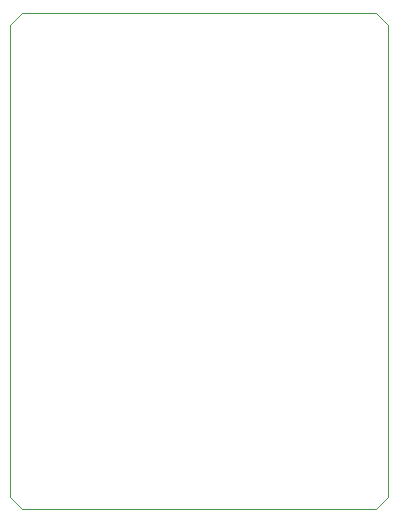
<source format=gbr>
%TF.GenerationSoftware,KiCad,Pcbnew,7.0.5*%
%TF.CreationDate,2023-06-05T13:48:53-07:00*%
%TF.ProjectId,M7700,4d373730-302e-46b6-9963-61645f706362,rev?*%
%TF.SameCoordinates,PX7bfa480PY459e440*%
%TF.FileFunction,Profile,NP*%
%FSLAX46Y46*%
G04 Gerber Fmt 4.6, Leading zero omitted, Abs format (unit mm)*
G04 Created by KiCad (PCBNEW 7.0.5) date 2023-06-05 13:48:53*
%MOMM*%
%LPD*%
G01*
G04 APERTURE LIST*
%TA.AperFunction,Profile*%
%ADD10C,0.100000*%
%TD*%
G04 APERTURE END LIST*
D10*
X9000000Y-39000000D02*
X9000000Y1000000D01*
X8000000Y-40000000D02*
X9000000Y-39000000D01*
X-22000000Y-40000000D02*
X8000000Y-40000000D01*
X-23000000Y-39000000D02*
X-22000000Y-40000000D01*
X-23000000Y1000000D02*
X-23000000Y-39000000D01*
X8000000Y2000000D02*
X-22000000Y2000000D01*
X-22000000Y2000000D02*
X-23000000Y1000000D01*
X8000000Y2000000D02*
X9000000Y1000000D01*
M02*

</source>
